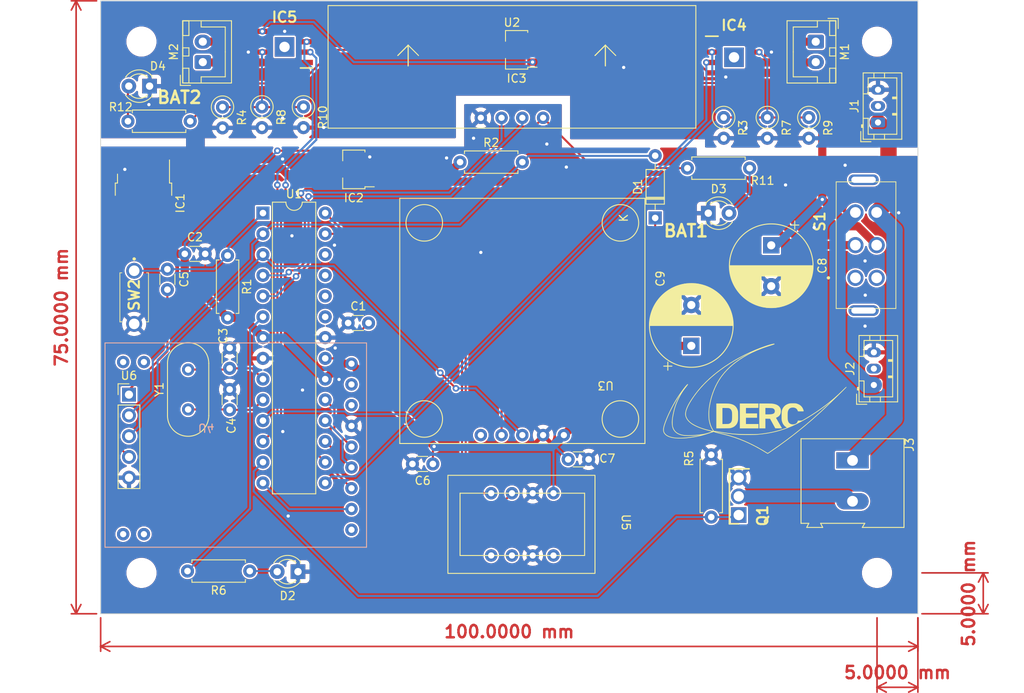
<source format=kicad_pcb>
(kicad_pcb (version 20211014) (generator pcbnew)
  (title_block (title "DERC CanSat 4Nosiro 2022") (date "2022-04-21") (company "DERC CanSat PJ"))
  (layers (0 "F.Cu" signal) (31 "B.Cu" signal) (34 "B.Paste" user) (35 "F.Paste" user) (36 "B.SilkS" user "B.Silkscreen") (37 "F.SilkS" user "F.Silkscreen") (38 "B.Mask" user) (39 "F.Mask" user) (44 "Edge.Cuts" user))
  (net 0 "")
  (net 1 "GND1")
  (net 2 "Net-(C1-Pad2)")
  (net 3 "+5V")
  (net 4 "Net-(C3-Pad1)")
  (net 5 "Net-(C4-Pad1)")
  (net 6 "Net-(D1-Pad1)")
  (net 7 "Net-(C5-Pad2)")
  (net 8 "/BAT1")
  (net 9 "+3V3")
  (net 10 "/BAT2")
  (net 11 "+3.3VA")
  (net 12 "/M1_IN_PWM")
  (net 13 "/M1_IN_LOW")
  (net 14 "Net-(IC4-Pad6)")
  (net 15 "Net-(IC4-Pad8)")
  (net 17 "/M2_IN_PWM")
  (net 18 "/M2_IN_LOW")
  (net 19 "Net-(IC5-Pad6)")
  (net 20 "Net-(IC5-Pad7)")
  (net 21 "Net-(IC5-Pad8)")
  (net 23 "Net-(J2-Pad1)")
  (net 24 "Net-(C5-Pad1)")
  (net 27 "Net-(U1-Pad3)")
  (net 28 "Net-(U1-Pad4)")
  (net 29 "Net-(U1-Pad5)")
  (net 30 "Net-(D1-Pad2)")
  (net 31 "Net-(U1-Pad14)")
  (net 32 "Net-(U1-Pad17)")
  (net 33 "Net-(U1-Pad18)")
  (net 34 "Net-(U1-Pad19)")
  (net 39 "Net-(R6-Pad2)")
  (net 40 "Net-(U1-Pad28)")
  (net 42 "Net-(Q1-Pad1)")
  (net 43 "Net-(J3-Pad2)")
  (net 47 "Net-(D2-Pad2)")
  (net 48 "/BAT2_bSW")
  (net 49 "Net-(D3-Pad2)")
  (net 50 "Net-(D4-Pad2)")
  (net 51 "Net-(U1-Pad27)")
  (net 52 "Net-(IC4-Pad7)")
  (footprint "Capacitor_THT:C_Disc_D3.0mm_W1.6mm_P2.50mm" (layer "F.Cu") (at 65.786 85.05 90)
    (fp_text reference "C4")
    (fp_text value "22p")
  )
  (footprint "Resistor_THT:R_Axial_DIN0207_L6.3mm_D2.5mm_P2.54mm_Vertical" (layer "F.Cu") (at 126.238 49.276 -90)
    (fp_text reference "R3")
    (fp_text value "1")
  )
  (footprint "MountingHole:MountingHole_3.2mm_M3" (layer "F.Cu") (at 145 105)
    (fp_text reference "REF**" hide)
    (fp_text value "MountingHole_3.2mm_M3" hide)
  )
  (footprint "Package_TO_SOT_SMD:TO-252-2" (layer "F.Cu") (at 55.244 59.773 -90)
    (fp_text reference "IC1")
    (fp_text value "NJM2845DL1-05-TE1")
  )
  (footprint "Package_TO_SOT_SMD:SOT-89-3" (layer "F.Cu") (at 81.28 55.626 180)
    (fp_text reference "IC2")
    (fp_text value "NJM78L33SU3")
  )
  (footprint "Resistor_THT:R_Axial_DIN0207_L6.3mm_D2.5mm_P7.62mm_Horizontal" (layer "F.Cu") (at 124.714 90.551 -90)
    (fp_text reference "R5")
    (fp_text value "10k")
  )
  (footprint "Connector_JST:JST_XH_B2B-XH-A_1x02_P2.50mm_Vertical" (layer "F.Cu") (at 62.5 42.5 90)
    (fp_text reference "M2")
    (fp_text value "Motor_DC_2")
  )
  (footprint "" (layer "F.Cu") (at 145 40)
    (fp_text reference "")
    (fp_text value "")
  )
  (footprint "DERC_CanSat_footprint:GNSS" (layer "F.Cu") (at 101.6 74.168 180)
    (fp_text reference "U3")
    (fp_text value "GNSS")
  )
  (footprint "Capacitor_THT:CP_Radial_D10.0mm_P5.00mm" (layer "F.Cu") (at 122.2756 77.221477 90)
    (fp_text reference "C9")
    (fp_text value "1000u")
  )
  (footprint "Capacitor_THT:C_Disc_D3.0mm_W1.6mm_P2.50mm" (layer "F.Cu") (at 65.786 79.97 90)
    (fp_text reference "C3")
    (fp_text value "22p")
  )
  (footprint "DERC_CanSat_footprint:PowerSwitch" (layer "F.Cu") (at 142.354 68.897 90)
    (fp_text reference "S1")
    (fp_text value "SS-22F06-G5-A" hide)
  )
  (footprint "SamacSys_Parts:TO229P241X654X988-3P" (layer "F.Cu") (at 128.078 97.921 90)
    (fp_text reference "Q1")
    (fp_text value "Q_NMOS_GDS" hide)
  )
  (footprint "MountingHole:MountingHole_3.2mm_M3" (layer "F.Cu") (at 55 105)
    (fp_text reference "REF**" hide)
    (fp_text value "MountingHole_3.2mm_M3" hide)
  )
  (footprint "TerminalBlock:TerminalBlock_Altech_AK300-2_P5.00mm" (layer "F.Cu") (at 142 91.235 -90)
    (fp_text reference "J3")
    (fp_text value "Nichrome_Conn_01x02_Male" hide)
  )
  (footprint "Resistor_THT:R_Axial_DIN0207_L6.3mm_D2.5mm_P7.62mm_Horizontal" (layer "F.Cu") (at 93.98 54.737)
    (fp_text reference "R2")
    (fp_text value "10k")
  )
  (footprint "Resistor_THT:R_Axial_DIN0207_L6.3mm_D2.5mm_P7.62mm_Horizontal" (layer "F.Cu") (at 68.2498 104.775 180)
    (fp_text reference "R6")
    (fp_text value "1k")
  )
  (footprint "Diode_THT:D_DO-35_SOD27_P7.62mm_Horizontal" (layer "F.Cu") (at 117.856 61.5696 90)
    (fp_text reference "D1")
    (fp_text value "1N4148")
  )
  (footprint "Capacitor_THT:C_Disc_D3.0mm_W1.6mm_P2.50mm" (layer "F.Cu") (at 60.2942 65.9638)
    (fp_text reference "C2")
    (fp_text value "0.1u")
  )
  (footprint "LED_THT:LED_D3.0mm" (layer "F.Cu") (at 124.3534 60.9854)
    (fp_text reference "D3")
    (fp_text value "LED")
  )
  (footprint "Package_DIP:DIP-28_W7.62mm" (layer "F.Cu") (at 69.86 60.97)
    (fp_text reference "U1")
    (fp_text value "ATmega328P-P")
  )
  (footprint "Crystal:Crystal_HC49-4H_Vertical" (layer "F.Cu") (at 60.706 85 90)
    (fp_text reference "Y1")
    (fp_text value "16M")
  )
  (footprint "DERC_CanSat_footprint:HC-SR04" (layer "F.Cu") (at 100.33 50.585)
    (fp_text reference "U2")
    (fp_text value "HC-SR04")
  )
  (footprint "Connector_JST:JST_XH_B2B-XH-A_1x02_P2.50mm_Vertical" (layer "F.Cu") (at 137.5 40 -90)
    (fp_text reference "M1")
    (fp_text value "Motor_DC_1")
  )
  (footprint "" (layer "F.Cu") (at 54.992578 39.985156)
    (fp_text reference "")
    (fp_text value "")
  )
  (footprint "Resistor_THT:R_Axial_DIN0207_L6.3mm_D2.5mm_P2.54mm_Vertical" (layer "F.Cu") (at 69.7375 47.977 -90)
    (fp_text reference "R8")
    (fp_text value "1")
  )
  (footprint "DERC_CanSat_footprint:AE-BNO055" (layer "F.Cu") (at 100.33 99.06 -90)
    (fp_text reference "U5")
    (fp_text value "AE-BNO055")
  )
  (footprint "Capacitor_THT:C_Disc_D3.0mm_W1.6mm_P2.50mm" (layer "F.Cu") (at 90.6526 91.6686 180)
    (fp_text reference "C6")
    (fp_text value "0.1u")
  )
  (footprint "SamacSys_Parts:TVBP06B043CWB" (layer "F.Cu") (at 54.102 68.0305 -90)
    (fp_text reference "SW2")
    (fp_text value "SW_DIP_x01" hide)
  )
  (footprint "SamacSys_Parts:SOIC127P600X175-9N" (layer "F.Cu") (at 72.5 40.64 180)
    (fp_text reference "IC5")
    (fp_text value "TB67H450FNG,EL" hide)
  )
  (footprint "Capacitor_THT:C_Disc_D3.0mm_W1.6mm_P2.50mm" (layer "F.Cu") (at 107.208 91.1098)
    (fp_text reference "C7")
    (fp_text value "0.1u")
  )
  (footprint "Resistor_THT:R_Axial_DIN0207_L6.3mm_D2.5mm_P2.54mm_Vertical" (layer "F.Cu") (at 64.9115 48.006 -90)
    (fp_text reference "R4")
    (fp_text value "1")
  )
  (footprint "Connector_PinHeader_2.54mm:PinHeader_1x05_P2.54mm_Vertical" (layer "F.Cu") (at 53.467 83.19)
    (fp_text reference "U6")
    (fp_text value "Writer")
  )
  (footprint "Connector_JST:JST_PH_B3B-PH-K_1x03_P2.00mm_Vertical" (layer "F.Cu") (at 144.611 82.01 90)
    (fp_text reference "J2")
    (fp_text value "Conn_01x02_Male" hide)
  )
  (footprint "Connector_JST:JST_PH_B3B-PH-K_1x03_P2.00mm_Vertical" (layer "F.Cu") (at 145.119 49.879 90)
    (fp_text reference "J1")
    (fp_text value "Conn_01x02_Male" hide)
  )
  (footprint "Capacitor_THT:C_Disc_D3.0mm_W1.6mm_P2.50mm" (layer "F.Cu") (at 80.284 74.422)
    (fp_text reference "C1")
    (fp_text value "0.1u")
  )
  (footprint "Resistor_THT:R_Axial_DIN0207_L6.3mm_D2.5mm_P2.54mm_Vertical" (layer "F.Cu") (at 131.572 49.276 -90)
    (fp_text reference "R7")
    (fp_text value "1")
  )
  (footprint "LED_THT:LED_D3.0mm" (layer "F.Cu") (at 55.9866 45.4406 180)
    (fp_text reference "D4")
    (fp_text value "LED")
  )
  (footprint "Resistor_THT:R_Axial_DIN0207_L6.3mm_D2.5mm_P2.54mm_Vertical" (layer "F.Cu") (at 74.8175 47.977 -90)
    (fp_text reference "R10")
    (fp_text value "1")
  )
  (footprint "Resistor_THT:R_Axial_DIN0207_L6.3mm_D2.5mm_P7.62mm_Horizontal" (layer "F.Cu") (at 129.413 55.4736 180)
    (fp_text reference "R11")
    (fp_text value "1k")
  )
  (footprint "Resistor_THT:R_Axial_DIN0207_L6.3mm_D2.5mm_P7.62mm_Horizontal" (layer "F.Cu") (at 65.532 66.167 -90)
    (fp_text reference "R1")
    (fp_text value "10k")
  )
  (footprint "SamacSys_Parts:SOIC127P600X175-9N" (layer "F.Cu") (at 127.5 41.91)
    (fp_text reference "IC4")
    (fp_text value "TB67H450FNG,EL" hide)
  )
  (footprint "Capacitor_THT:CP_Radial_D10.0mm_P5.00mm" (layer "F.Cu") (at 132.0546 64.916923 -90)
    (fp_text reference "C8")
    (fp_text value "1000u")
  )
  (footprint "Resistor_THT:R_Axial_DIN0207_L6.3mm_D2.5mm_P7.62mm_Horizontal" (layer "F.Cu") (at 53.34 49.7332)
    (fp_text reference "R12")
    (fp_text value "1k")
  )
  (footprint "Package_TO_SOT_SMD:SOT-89-3" (layer "F.Cu") (at 101.2 41 180)
    (fp_text reference "IC3")
    (fp_text value "NJM78L33SU3")
  )
  (footprint "LED_THT:LED_D3.0mm" (layer "F.Cu") (at 74.1476 104.8512 180)
    (fp_text reference "D2")
    (fp_text value "LED")
  )
  (footprint "Resistor_THT:R_Axial_DIN0207_L6.3mm_D2.5mm_P2.54mm_Vertical" (layer "F.Cu") (at 136.652 49.276 -90)
    (fp_text reference "R9")
    (fp_text value "1")
  )
  (footprint "Capacitor_THT:C_Disc_D3.0mm_W1.6mm_P2.50mm" (layer "F.Cu") (at 58.166 67.838 -90)
    (fp_text reference "C5")
    (fp_text value "0.1u")
  )
  (footprint "DERC_CanSat_footprint:logotekina_25" (layer "F.Cu") (at 129.792897 83.772506)
    (fp_text reference "2022" hide)
    (fp_text value "LOGO" hide)
  )
  (footprint "DERC_CanSat_footprint:SD" (layer "B.Cu") (at 70.5358 76.8604)
    (fp_text reference "U4")
    (fp_text value "SD")
  )
  (gr_rect (start 50 35) (end 150 110) (layer "Edge.Cuts") (width 0.1) (fill none))
  (gr_text "BAT1" (at 121.6152 63.1444) (layer "F.SilkS") (effects (font (size 1.5 1.5) (thickness 0.3))))
  (gr_text "BAT2" (at 59.6392 46.8122) (layer "F.SilkS") (effects (font (size 1.5 1.5) (thickness 0.3))))
  (dimension (type aligned) (layer "F.Cu") (pts (xy 145 110) (xy 150 110)) (height 9) (gr_text "5.0000 mm" (at 147.5 117.2) (layer "F.Cu") (effects (font (size 1.5 1.5) (thickness 0.3)))) (format (units 3) (units_format 1) (precision 4)) (style (thickness 0.2) (arrow_length 1.27) (text_position_mode 0) (extension_height 0.58642) (extension_offset 0.5) keep_text_aligned))
  (dimension (type aligned) (layer "F.Cu") (pts (xy 150 105) (xy 150 110)) (height -8) (gr_text "5.0000 mm" (at 156.2 107.5 90) (layer "F.Cu") (effects (font (size 1.5 1.5) (thickness 0.3)))) (format (units 3) (units_format 1) (precision 4)) (style (thickness 0.2) (arrow_length 1.27) (text_position_mode 0) (extension_height 0.58642) (extension_offset 0.5) keep_text_aligned))
  (dimension (type aligned) (layer "F.Cu") (pts (xy 50 110) (xy 150 110)) (height 4) (gr_text "100.0000 mm" (at 100 112.2) (layer "F.Cu") (effects (font (size 1.5 1.5) (thickness 0.3)))) (format (units 3) (units_format 1) (precision 4)) (style (thickness 0.2) (arrow_length 1.27) (text_position_mode 0) (extension_height 0.58642) (extension_offset 0.5) keep_text_aligned))
  (dimension (type aligned) (layer "F.Cu") (pts (xy 50 110) (xy 50 35)) (height -3) (gr_text "75.0000 mm" (at 45.2 72.5 90) (layer "F.Cu") (effects (font (size 1.5 1.5) (thickness 0.3)))) (format (units 3) (units_format 1) (precision 4)) (style (thickness 0.2) (arrow_length 1.27) (text_position_mode 0) (extension_height 0.58642) (extension_offset 0.5) keep_text_aligned))
  (via (at 68.072 41.275) (size 0.8) (drill 0.4) (layers "F.Cu" "B.Cu") (net 1))
  (via (at 77.2922 50.4952) (size 0.8) (drill 0.4) (layers "F.Cu" "B.Cu") (net 1))
  (via (at 126.492 44.323) (size 0.8) (drill 0.4) (layers "F.Cu" "B.Cu") (net 1))
  (via (at 143.5354 66.8274) (size 0.8) (drill 0.4) (layers "F.Cu" "B.Cu") (net 1))
  (via (at 55.9054 47.7012) (size 0.8) (drill 0.4) (layers "F.Cu" "B.Cu") (net 1))
  (via (at 78.700301 77.481101) (size 0.8) (drill 0.4) (layers "F.Cu" "B.Cu") (net 1))
  (via (at 79.1718 81.3308) (size 0.8) (drill 0.4) (layers "F.Cu" "B.Cu") (net 1))
  (via (at 74.7014 82.6262) (size 0.8) (drill 0.4) (layers "F.Cu" "B.Cu") (net 1))
  (via (at 143.5354 74.803) (size 0.8) (drill 0.4) (layers "F.Cu" "B.Cu") (net 1))
  (via (at 133.8072 57.531) (size 0.8) (drill 0.4) (layers "F.Cu" "B.Cu") (net 1))
  (via (at 132.08 41.275) (size 0.8) (drill 0.4) (layers "F.Cu" "B.Cu") (net 1))
  (via (at 73.406 63.754) (size 0.8) (drill 0.4) (layers "F.Cu" "B.Cu") (net 1))
  (via (at 82.931 54.102) (size 0.8) (drill 0.4) (layers "F.Cu" "B.Cu") (net 1))
  (via (at 128.9812 50.546) (size 0.8) (drill 0.4) (layers "F.Cu" "B.Cu") (net 1))
  (via (at 72.2884 87.7062) (size 0.8) (drill 0.4) (layers "F.Cu" "B.Cu") (net 1))
  (via (at 92.329 54.229) (size 0.8) (drill 0.4) (layers "F.Cu" "B.Cu") (net 1))
  (via (at 72.263 49.3522) (size 0.8) (drill 0.4) (layers "F.Cu" "B.Cu") (net 1))
  (via (at 106.9848 55.3466) (size 0.8) (drill 0.4) (layers "F.Cu" "B.Cu") (net 1))
  (via (at 72.9488 98.044) (size 0.8) (drill 0.4) (layers "F.Cu" "B.Cu") (net 1))
  (via (at 72.517 38.735) (size 0.8) (drill 0.4) (layers "F.Cu" "B.Cu") (net 1))
  (via (at 96.52 65.786) (size 0.8) (drill 0.4) (layers "F.Cu" "B.Cu") (net 1))
  (via (at 72.263 54.356) (size 0.8) (drill 0.4) (layers "F.Cu" "B.Cu") (net 1))
  (via (at 78.613 64.897) (size 0.8) (drill 0.4) (layers "F.Cu" "B.Cu") (net 1))
  (via (at 137.3124 62.738) (size 0.8) (drill 0.4) (layers "F.Cu" "B.Cu") (net 1))
  (via (at 147.6502 60.9346) (size 0.8) (drill 0.4) (layers "F.Cu" "B.Cu") (net 1))
  (via (at 52.959 55.626) (size 0.8) (drill 0.4) (layers "F.Cu" "B.Cu") (net 1))
  (via (at 141.097 55.118) (size 0.8) (drill 0.4) (layers "F.Cu" "B.Cu") (net 1))
  (via (at 104.5972 52.5272) (size 0.8) (drill 0.4) (layers "F.Cu" "B.Cu") (net 1))
  (via (at 95.631 51.816) (size 0.8) (drill 0.4) (layers "F.Cu" "B.Cu") (net 1))
  (via (at 114 43.15) (size 0.8) (drill 0.4) (layers "F.Cu" "B.Cu") (net 1))
  (via (at 143.5608 71.0184) (size 0.8) (drill 0.4) (layers "F.Cu" "B.Cu") (net 1))
  (segment (start 78.456 78.75) (end 82.784 74.422) (width 0.25) (layer "F.Cu") (net 2))
  (segment (start 77.48 78.75) (end 78.456 78.75) (width 0.25) (layer "F.Cu") (net 2))
  (segment (start 90.6526 91.6686) (end 90.6526 89.6874) (width 0.25) (layer "F.Cu") (net 3))
  (segment (start 79.3696 79.4004) (end 77.48 81.29) (width 1) (layer "F.Cu") (net 3))
  (segment (start 59.3348 65.9638) (end 55.244 61.873) (width 1) (layer "F.Cu") (net 3))
  (segment (start 121.793 55.4736) (end 110.2986 55.4736) (width 0.25) (layer "F.Cu") (net 3))
  (segment (start 65.532 73.787) (end 67.437 73.787) (width 1) (layer "F.Cu") (net 3))
  (segment (start 122.2756 77.221477) (end 117.596523 77.221477) (width 1) (layer "F.Cu") (net 3))
  (segment (start 80.6958 79.4004) (end 79.3696 79.4004) (width 1) (layer "F.Cu") (net 3))
  (segment (start 51.2572 64.9478) (end 54.332 61.873) (width 0.25) (layer "F.Cu") (net 3))
  (segment (start 80.708 79.416) (end 90.891511 89.599511) (width 1) (layer "F.Cu") (net 3))
  (segment (start 67.437 73.787) (end 69.86 76.21) (width 1) (layer "F.Cu") (net 3))
  (segment (start 51.2572 88.6002) (end 51.2572 64.9478) (width 0.25) (layer "F.Cu") (net 3))
  (segment (start 104.14 49.315) (end 100.115 53.34) (width 0.25) (layer "F.Cu") (net 3))
  (segment (start 90.891511 89.599511) (end 90.869511 89.599511) (width 1) (layer "F.Cu") (net 3))
  (segment (start 117.596523 77.221477) (end 106.68 88.138) (width 1) (layer "F.Cu") (net 3))
  (segment (start 53.467 90.81) (end 51.2572 88.6002) (width 0.25) (layer "F.Cu") (net 3))
  (segment (start 90.869511 89.599511) (end 90.805 89.535) (width 1) (layer "F.Cu") (net 3))
  (segment (start 110.2986 55.4736) (end 104.14 49.315) (width 0.25) (layer "F.Cu") (net 3))
  (segment (start 90.6526 89.6874) (end 90.805 89.535) (width 0.25) (layer "F.Cu") (net 3))
  (segment (start 100.115 53.34) (end 71.628 53.34) (width 0.25) (layer "F.Cu") (net 3))
  (segment (start 60.2942 65.9638) (end 59.3348 65.9638) (width 1) (layer "F.Cu") (net 3))
  (segment (start 65.532 73.787) (end 60.2942 68.5492) (width 1) (layer "F.Cu") (net 3))
  (segment (start 60.2942 68.5492) (end 60.2942 65.9638) (width 1) (layer "F.Cu") (net 3))
  (segment (start 54.332 61.873) (end 55.244 61.873) (width 0.25) (layer "F.Cu") (net 3))
  (via (at 71.628 53.34) (size 0.8) (drill 0.4) (layers "F.Cu" "B.Cu") (net 3))
  (via (at 90.805 89.535) (size 0.8) (drill 0.4) (layers "F.Cu" "B.Cu") (net 3))
  (segment (start 71.628 53.34) (end 60.2942 64.6738) (width 0.25) (layer "B.Cu") (net 3))
  (segment (start 105.218489 89.599511) (end 106.68 88.138) (width 1) (layer "B.Cu") (net 3))
  (segment (start 107.208 91.1098) (end 105.697711 89.599511) (width 0.25) (layer "B.Cu") (net 3))
  (segment (start 105.697711 89.599511) (end 105.218489 89.599511) (width 0.25) (layer "B.Cu") (net 3))
  (segment (start 60.2942 64.6738) (end 60.2942 65.9638) (width 0.25) (layer "B.Cu") (net 3))
  (segment (start 105.41 89.791022) (end 105.218489 89.599511) (width 0.25) (layer "B.Cu") (net 3))
  (segment (start 69.86 76.21) (end 72.4 76.21) (width 1) (layer "B.Cu") (net 3))
  (segment (start 90.805 89.535) (end 90.869511 89.599511) (width 1) (layer "B.Cu") (net 3))
  (segment (start 105.41 95.25) (end 105.41 89.791022) (width 0.25) (layer "B.Cu") (net 3))
  (segment (start 72.4 76.21) (end 77.48 81.29) (width 1) (layer "B.Cu") (net 3))
  (segment (start 90.869511 89.599511) (end 105.218489 89.599511) (width 1) (layer "B.Cu") (net 3))
  (segment (start 65.636 80.12) (end 65.786 79.97) (width 0.25) (layer "F.Cu") (net 4))
  (segment (start 68.54 79.97) (end 69.86 81.29) (width 0.25) (layer "F.Cu") (net 4))
  (segment (start 65.786 79.97) (end 68.54 79.97) (width 0.25) (layer "F.Cu") (net 4))
  (segment (start 60.706 80.12) (end 65.636 80.12) (width 0.25) (layer "F.Cu") (net 4))
  (segment (start 65.786 85.05) (end 68.64 85.05) (width 0.25) (layer "F.Cu") (net 5))
  (segment (start 60.706 85) (end 65.736 85) (width 0.25) (layer "F.Cu") (net 5))
  (segment (start 65.736 85) (end 65.786 85.05) (width 0.25) (layer "F.Cu") (net 5))
  (segment (start 68.64 85.05) (end 69.86 83.83) (width 0.25) (layer "F.Cu") (net 5))
  (segment (start 99.06 83.1596) (end 117.856 64.3636) (width 0.25) (layer "F.Cu") (net 6))
  (segment (start 117.856 61.5696) (end 117.856 64.3636) (width 0.25) (layer "F.Cu") (net 6))
  (segment (start 99.06 88.138) (end 99.06 83.1596) (width 0.25) (layer "F.Cu") (net 6))
  (segment (start 53.467 83.19) (end 53.467 82.59356) (width 0.25) (layer "F.Cu") (net 7))
  (segment (start 58.166 77.89456) (end 53.467 82.59356) (width 0.25) (layer "F.Cu") (net 7))
  (segment (start 58.166 70.338) (end 58.166 77.89456) (width 0.25) (layer "F.Cu") (net 7))
  (segment (start 136.144 64.897) (end 128.373 57.126) (width 1) (layer "F.Cu") (net 8))
  (segment (start 128.373 57.126) (end 82.93 57.126) (width 1) (layer "F.Cu") (net 8))
  (segment (start 142.354 64.897) (end 136.144 64.897) (width 1) (layer "F.Cu") (net 8))
  (segment (start 72.21 55.573) (end 57.524 55.573) (width 1) (layer "F.Cu") (net 8))
  (segment (start 73.82902 57.19202) (end 72.21 55.573) (width 1) (layer "F.Cu") (net 8))
  (segment (start 82.93 57.126) (end 82.86398 57.19202) (width 1) (layer "F.Cu") (net 8))
  (segment (start 82.86398 57.19202) (end 73.82902 57.19202) (width 1) (layer "F.Cu") (net 8))
  (segment (start 93.091 55.626) (end 82.8425 55.626) (width 1) (layer "F.Cu") (net 9))
  (segment (start 93.98 54.737) (end 93.091 55.626) (width 1) (layer "F.Cu") (net 9))
  (segment (start 128.966 45.061) (end 130.212 43.815) (width 0.25) (layer "F.Cu") (net 10))
  (segment (start 141.580511 62.586511) (end 138.303 59.309) (width 1) (layer "F.Cu") (net 10))
  (segment (start 138.303 46.228) (end 135.89 43.815) (width 1) (layer "F.Cu") (net 10))
  (segment (start 135.89 43.815) (end 130.212 43.815) (width 1) (layer "F.Cu") (net 10))
  (segment (start 138.303 59.309) (end 138.303 46.228) (width 1) (layer "F.Cu") (net 10))
  (segment (start 142.643511 62.586511) (end 141.580511 62.586511) (width 1) (layer "F.Cu") (net 10))
  (segment (start 128.966 45.061) (end 105.411 45.061) (width 0.25) (layer "F.Cu") (net 10))
  (segment (start 105.411 45.061) (end 102.85 42.5) (width 0.25) (layer "F.Cu") (net 10))
  (segment (start 144.954 64.897) (end 142.643511 62.586511) (width 1) (layer "F.Cu") (net 10))
  (via (at 102.85 42.5) (size 0.8) (drill 0.4) (layers "F.Cu" "B.Cu") (net 10))
  (via (at 138.303 59.309) (size 0.8) (drill 0.4) (layers "F.Cu" "B.Cu") (net 10))
  (via (at 69.788 38.735) (size 0.8) (drill 0.4) (layers "F.Cu" "B.Cu") (net 10))
  (segment (start 80.981 42.5) (end 76.073 37.592) (width 0.25) (layer "B.Cu") (net 10))
  (segment (start 69.723 38.608) (end 69.723 38.67) (width 0.25) (layer "B.Cu") (net 10))
  (segment (start 132.0546 64.916923) (end 132.695077 64.916923) (width 1) (layer "B.Cu") (net 10))
  (segment (start 76.073 37.592) (end 70.739 37.592) (width 0.25) (layer "B.Cu") (net 10))
  (segment (start 102.85 42.5) (end 80.981 42.5) (width 0.25) (layer "B.Cu") (net 10))
  (segment (start 69.723 38.67) (end 69.788 38.735) (width 0.25) (layer "B.Cu") (net 10))
  (segment (start 70.739 37.592) (end 69.723 38.608) (width 0.25) (layer "B.Cu") (net 10))
  (segment (start 132.695077 64.916923) (end 138.303 59.309) (width 1) (layer "B.Cu") (net 10))
  (segment (start 102.7625 41) (end 121.546886 41) (width 0.25) (layer "F.Cu") (net 11))
  (segment (start 74.383122 45.1104) (end 78.05 41.443522) (width 0.25) (layer "F.Cu") (net 11))
  (segment (start 102.7625 41) (end 78.05 41) (width 0.25) (layer "F.Cu") (net 11))
  (segment (start 78.05 41.443522) (end 78.05 41) (width 0.25) (layer "F.Cu") (net 11))
  (segment (start 65.5828 45.1104) (end 74.383122 45.1104) (width 0.25) (layer "F.Cu") (net 11))
  (segment (start 124.361886 43.815) (end 124.788 43.815) (width 0.25) (layer "F.Cu") (net 11))
  (segment (start 78.05 41) (end 77.9145 41) (width 0.25) (layer "F.Cu") (net 11))
  (segment (start 77.9145 41) (end 77.80725 40.89275) (width 0.25) (layer "F.Cu") (net 11))
  (segment (start 60.96 49.7332) (end 65.5828 45.1104) (width 0.25) (layer "F.Cu") (net 11))
  (segment (start 75.212 38.735) (end 75.6495 38.735) (width 0.25) (layer "F.Cu") (net 11))
  (segment (start 121.546886 41) (end 124.361886 43.815) (width 0.25) (layer "F.Cu") (net 11))
  (segment (start 75.6495 38.735) (end 77.80725 40.89275) (width 0.25) (layer "F.Cu") (net 11))
  (via (at 124.788 41.275) (size 0.8) (drill 0.4) (layers "F.Cu" "B.Cu") (net 12))
  (segment (start 81.170559 93.190001) (end 118.98856 55.372) (width 0.25) (layer "B.Cu") (net 12))
  (segment (start 118.999 55.372) (end 124.841 49.53) (width 0.25) (layer "B.Cu") (net 12))
  (segment (start 118.98856 55.372) (end 118.999 55.372) (width 0.25) (layer "B.Cu") (net 12))
  (segment (start 78.279999 93.190001) (end 81.170559 93.190001) (width 0.25) (layer "B.Cu") (net 12))
  (segment (start 77.48 93.99) (end 78.279999 93.190001) (width 0.25) (layer "B.Cu") (net 12))
  (segment (start 124.841 41.328) (end 124.788 41.275) (width 0.25) (layer "B.Cu") (net 12))
  (segment (start 124.841 49.53) (end 124.841 41.328) (width 0.25) (layer "B.Cu") (net 12))
  (via (at 124.1165 42.545) (size 0.8) (drill 0.4) (layers "F.Cu" "B.Cu") (net 13))
  (segment (start 70.984511 85.245489) (end 79.911489 85.245489) (width 0.25) (layer "B.Cu") (net 13))
  (segment (start 80.248511 85.582511) (end 88.142331 85.582511) (width 0.25) (layer "B.Cu") (net 13))
  (segment (start 69.86 86.37) (end 70.984511 85.245489) (width 0.25) (layer "B.Cu") (net 13))
  (segment (start 79.911489 85.245489) (end 80.248511 85.582511) (width 0.25) (layer "B.Cu") (net 13))
  (segment (start 124.1165 49.608342) (end 124.1165 42.545) (width 0.25) (layer "B.Cu") (net 13))
  (segment (start 88.142331 85.582511) (end 124.1165 49.608342) (width 0.25) (layer "B.Cu") (net 13))
  (segment (start 137.455 42.545) (end 137.5 42.5) (width 1) (layer "F.Cu") (net 14))
  (segment (start 130.212 42.545) (end 137.455 42.545) (width 1) (layer "F.Cu") (net 14))
  (segment (start 137.495 40.005) (end 137.5 40) (width 1) (layer "F.Cu") (net 15))
  (segment (start 130.212 40.005) (end 137.495 40.005) (width 1) (layer "F.Cu") (net 15))
  (segment (start 72.07752 58.674) (end 72.07752 86.04752) (width 0.25) (layer "F.Cu") (net 17))
  (segment (start 72.628536 57.546464) (end 72.628536 58.122984) (width 0.25) (layer "F.Cu") (net 17))
  (segment (start 72.07752 86.04752) (end 77.48 91.45) (width 0.25) (layer "F.Cu") (net 17))
  (segment (start 72.628536 58.122984) (end 72.07752 58.674) (width 0.25) (layer "F.Cu") (net 17))
  (via (at 75.6545 41.275) (size 0.8) (drill 0.4) (layers "F.Cu" "B.Cu") (net 17))
  (via (at 72.628536 57.546464) (size 0.8) (drill 0.4) (layers "F.Cu" "B.Cu") (net 17))
  (segment (start 75.6545 41.275) (end 76.391531 42.012031) (width 0.25) (layer "B.Cu") (net 17))
  (segment (start 76.391531 52.006187) (end 76.128208 52.269509) (width 0.25) (layer "B.Cu") (net 17))
  (segment (start 76.391531 42.012031) (end 76.391531 52.006187) (width 0.25) (layer "B.Cu") (net 17))
  (segment (start 76.128208 52.269509) (end 72.628536 55.769181) (width 0.25) (layer "B.Cu") (net 17))
  (segment (start 72.628536 55.769181) (end 72.628536 57.546464) (width 0.25) (layer "B.Cu") (net 17))
  (segment (start 71.628 87.142) (end 71.628 57.531) (width 0.25) (layer "F.Cu") (net 18))
  (segment (start 69.86 88.91) (end 71.628 87.142) (width 0.25) (layer "F.Cu") (net 18))
  (via (at 75.212 40.005) (size 0.8) (drill 0.4) (layers "F.Cu" "B.Cu") (net 18))
  (via (at 71.628 57.531) (size 0.8) (drill 0.4) (layers "F.Cu" "B.Cu") (net 18))
  (segment (start 71.628 56.134) (end 75.942011 51.819989) (width 0.25) (layer "B.Cu") (net 18))
  (segment (start 75.942011 43.303011) (end 74.93 42.291) (width 0.25) (layer "B.Cu") (net 18))
  (segment (start 74.93 42.291) (end 74.93 40.287) (width 0.25) (layer "B.Cu") (net 18))
  (segment (start 71.628 57.531) (end 71.628 56.134) (width 0.25) (layer "B.Cu") (net 18))
  (segment (start 74.93 40.287) (end 75.212 40.005) (width 0.25) (layer "B.Cu") (net 18))
  (segment (start 75.942011 51.819989) (end 75.942011 43.303011) (width 0.25) (layer "B.Cu") (net 18))
  (segment (start 62.5 40) (end 69.783 40) (width 1) (layer "F.Cu") (net 19))
  (segment (start 69.783 40) (end 69.788 40.005) (width 1) (layer "F.Cu") (net 19))
  (segment (start 74.7885 48.006) (end 74.8175 47.977) (width 0.25) (layer "F.Cu") (net 20))
  (segment (start 64.9115 48.006) (end 74.7885 48.006) (width 0.25) (layer "F.Cu") (net 20))
  (via (at 69.788 41.275) (size 0.8) (drill 0.4) (layers "F.Cu" "B.Cu") (net 20))
  (segment (start 69.7375 41.3255) (end 69.788 41.275) (width 0.25) (layer "B.Cu") (net 20))
  (segment (start 69.7375 47.977) (end 69.7375 41.3255) (width 0.25) (layer "B.Cu") (net 20))
  (segment (start 62.545 42.545) (end 62.5 42.5) (width 1) (layer "F.Cu") (net 21))
  (segment (start 69.788 42.545) (end 62.545 42.545) (width 1) (layer "F.Cu") (net 21))
  (segment (start 143.791095 82.01) (end 144.611 82.01) (width 2) (layer "B.Cu") (net 23))
  (segment (start 140.164489 78.383394) (end 143.791095 82.01) (width 2) (layer "B.Cu") (net 23))
  (segment (start 142.354 60.897) (end 140.164489 63.086511) (width 2) (layer "B.Cu") (net 23))
  (segment (start 140.164489 63.086511) (end 140.164489 78.383394) (width 2) (layer "B.Cu") (net 23))
  (segment (start 54.102 68.0305) (end 57.7181 68.0305) (width 0.25) (layer "B.Cu") (net 24))
  (segment (start 69.86 60.97) (end 65.659 65.171) (width 0.25) (layer "B.Cu") (net 24))
  (segment (start 65.659 65.171) (end 65.659 66.04) (width 0.25) (layer "B.Cu") (net 24))
  (segment (start 65.659 66.04) (end 65.532 66.167) (width 0.25) (layer "B.Cu") (net 24))
  (segment (start 57.9106 67.838) (end 57.7181 68.0305) (width 0.25) (layer "B.Cu") (net 24))
  (segment (start 58.166 67.838) (end 63.861 67.838) (width 0.25) (layer "B.Cu") (net 24))
  (segment (start 63.861 67.838) (end 65.532 66.167) (width 0.25) (layer "B.Cu") (net 24))
  (segment (start 58.166 67.838) (end 57.9106 67.838) (width 0.25) (layer "B.Cu") (net 24))
  (segment (start 93.472 82.423) (end 91.567 80.518) (width 0.25) (layer "F.Cu") (net 27))
  (via (at 93.472 82.423) (size 0.8) (drill 0.4) (layers "F.Cu" "B.Cu") (net 27))
  (via (at 91.567 80.518) (size 0.8) (drill 0.4) (layers "F.Cu" "B.Cu") (net 27))
  (segment (start 56.9695 82.9337) (end 56.9695 78.9405) (width 0.25) (layer "B.Cu") (net 27))
  (segment (start 78.514489 67.465489) (end 71.275489 67.465489) (width 0.25) (layer "B.Cu") (net 27))
  (segment (start 91.567 80.518) (end 78.514489 67.465489) (width 0.25) (layer "B.Cu") (net 27))
  (segment (start 101.6 88.138) (end 95.885 82.423) (width 0.25) (layer "B.Cu") (net 27))
  (segment (start 54.6862 85.217) (end 56.9695 82.9337) (width 0.25) (layer "B.Cu") (net 27))
  (segment (start 53.467 88.27) (end 54.6862 87.0508) (width 0.25) (layer "B.Cu") (net 27))
  (segment (start 54.6862 87.0508) (end 54.6862 85.217) (width 0.25) (layer "B.Cu") (net 27))
  (segment (start 95.885 82.423) (end 93.472 82.423) (width 0.25) (layer "B.Cu") (net 27))
  (segment (start 56.9695 78.9405) (end 69.86 66.05) (width 0.25) (layer "B.Cu") (net 27))
  (segment (start 71.275489 67.465489) (end 69.86 66.05) (width 0.25) (layer "B.Cu") (net 27))
  (segment (start 73.025 68.199) (end 73.241511 67.982489) (width 0.25) (layer "F.Cu") (net 28))
  (segment (start 74.514581 59.038301) (end 74.514581 58.545506) (width 0.25) (layer "F.Cu") (net 28))
  (segment (start 73.9902 67.982489) (end 74.98848 66.984209) (width 0.25) (layer "F.Cu") (net 28))
  (segment (start 74.98848 59.5122) (end 74.514581 59.038301) (width 0.25) (layer "F.Cu") (net 28))
  (segment (start 73.241511 67.982489) (end 73.9902 67.982489) (width 0.25) (layer "F.Cu") (net 28))
  (segment (start 74.98848 66.984209) (end 74.98848 59.5122) (width 0.25) (layer "F.Cu") (net 28))
  (via (at 74.514581 58.545506) (size 0.8) (drill 0.4) (layers "F.Cu" "B.Cu") (net 28))
  (via (at 73.025 68.199) (size 0.8) (drill 0.4) (layers "F.Cu" "B.Cu") (net 28))
  (segment (start 99.06 52.069282) (end 92.658482 58.4708) (width 0.25) (layer "B.Cu") (net 28))
  (segment (start 74.514581 58.545506) (end 74.856598 58.203489) (width 0.25) (layer "B.Cu") (net 28))
  (segment (start 92.658482 58.4708) (end 76.005414 58.4708) (width 0.25) (layer "B.Cu") (net 28))
  (segment (start 75.738103 58.203489) (end 76.005414 58.4708) (width 0.25) (layer "B.Cu") (net 28))
  (segment (start 69.86 68.59) (end 72.634 68.59) (width 0.25) (layer "B.Cu") (net 28))
  (segment (start 72.634 68.59) (end 73.025 68.199) (width 0.25) (layer "B.Cu") (net 28))
  (segment (start 74.856598 58.203489) (end 75.738103 58.203489) (width 0.25) (layer "B.Cu") (net 28))
  (segment (start 99.06 49.315) (end 99.06 52.069282) (width 0.25) (layer "B.Cu") (net 28))
  (segment (start 75.438 67.183) (end 73.914 68.707) (width 0.25) (layer "F.Cu") (net 29))
  (segment (start 75.438 58.928) (end 75.438 67.183) (width 0.25) (layer "F.Cu") (net 29))
  (via (at 75.438 58.928) (size 0.8) (drill 0.4) (layers "F.Cu" "B.Cu") (net 29))
  (via (at 73.914 68.707) (size 0.8) (drill 0.4) (layers "F.Cu" "B.Cu") (net 29))
  (segment (start 92.837 58.928) (end 101.6 50.165) (width 0.25) (layer "B.Cu") (net 29))
  (segment (start 101.6 50.165) (end 101.6 49.315) (width 0.25) (layer "B.Cu") (net 29))
  (segment (start 75.438 58.928) (end 92.837 58.928) (width 0.25) (layer "B.Cu") (net 29))
  (segment (start 69.86 71.13) (end 71.491 71.13) (width 0.25) (layer "B.Cu") (net 29))
  (segment (start 71.491 71.13) (end 73.914 68.707) (width 0.25) (layer "B.Cu") (net 29))
  (segment (start 69.86 63.51) (end 70.984511 62.385489) (width 0.25) (layer "B.Cu") (net 30))
  (segment (start 69.86 63.51) (end 68.551541 64.818459) (width 0.25) (layer "B.Cu") (net 30))
  (segment (start 68.551541 64.818459) (end 68.551541 66.722741) (width 0.25) (layer "B.Cu") (net 30))
  (segment (start 56.382311 78.891971) (end 56.382311 82.814689) (width 0.25) (layer "B.Cu") (net 30))
  (segment (start 68.551541 66.722741) (end 56.382311 78.891971) (width 0.25) (layer "B.Cu") (net 30))
  (segment (start 117.983 53.975) (end 102.362 53.975) (width 0.25) (layer "B.Cu") (net 30))
  (segment (start 102.362 53.975) (end 101.6 54.737) (width 0.25) (layer "B.Cu") (net 30))
  (segment (start 56.382311 82.814689) (end 53.467 85.73) (width 0.25) (layer "B.Cu") (net 30))
  (segment (start 93.951511 62.385489) (end 101.6 54.737) (width 0.25) (layer "B.Cu") (net 30))
  (segment (start 70.984511 62.385489) (end 93.951511 62.385489) (width 0.25) (layer "B.Cu") (net 30))
  (segment (start 73.066 97.196) (end 69.86 93.99) (width 0.25) (layer "B.Cu") (net 31))
  (segment (start 80.708 97.196) (end 73.066 97.196) (width 0.25) (layer "B.Cu") (net 31))
  (segment (start 77.48 88.91) (end 78.604511 90.034511) (width 0.25) (layer "F.Cu") (net 32))
  (segment (start 78.604511 92.552511) (end 80.708 94.656) (width 0.25) (layer "F.Cu") (net 32))
  (segment (start 78.604511 90.034511) (end 78.604511 92.552511) (width 0.25) (layer "F.Cu") (net 32))
  (segment (start 77.48 86.37) (end 79.6036 88.4936) (width 0.25) (layer "B.Cu") (net 33))
  (segment (start 79.6036 88.4936) (end 79.6036 91.0082) (width 0.25) (layer "B.Cu") (net 33))
  (segment (start 79.6036 91.0082) (end 80.6958 92.1004) (width 0.25) (layer "B.Cu") (net 33))
  (segment (start 77.48 83.83) (end 78.604511 84.954511) (width 0.25) (layer "F.Cu") (net 34))
  (segment (start 78.604511 84.954511) (end 78.604511 87.472511) (width 0.25) (layer "F.Cu") (net 34))
  (segment (start 78.604511 87.472511) (end 80.708 89.576) (width 0.25) (layer "F.Cu") (net 34))
  (segment (start 69.86 73.67) (end 68.285969 75.244031) (width 0.25) (layer "B.Cu") (net 39))
  (segment (start 68.285969 97.118831) (end 60.6298 104.775) (width 0.25) (layer "B.Cu") (net 39))
  (segment (start 68.285969 75.244031) (end 68.285969 97.118831) (width 0.25) (layer "B.Cu") (net 39))
  (segment (start 94.670461 93.031303) (end 96.889158 95.25) (width 0.25) (layer "F.Cu") (net 40))
  (segment (start 96.889158 95.25) (end 97.79 95.25) (width 0.25) (layer "F.Cu") (net 40))
  (segment (start 77.48 60.97) (end 94.670461 78.160462) (width 0.25) (layer "F.Cu") (net 40))
  (segment (start 94.670461 78.160462) (end 94.670461 93.031303) (width 0.25) (layer "F.Cu") (net 40))
  (segment (start 69.86 91.45) (end 68.735489 92.574511) (width 0.25) (layer "B.Cu") (net 42))
  (segment (start 110.813 107.823) (end 120.465 98.171) (width 0.25) (layer "B.Cu") (net 42))
  (segment (start 127.828 98.171) (end 128.078 97.921) (width 0.25) (layer "B.Cu") (net 42))
  (segment (start 68.735489 92.574511) (end 68.735489 95.024489) (width 0.25) (layer "B.Cu") (net 42))
  (segment (start 120.465 98.171) (end 124.714 98.171) (width 0.25) (layer "B.Cu") (net 42))
  (segment (start 68.735489 95.024489) (end 81.534 107.823) (width 0.25) (layer "B.Cu") (net 42))
  (segment (start 81.534 107.823) (end 110.813 107.823) (width 0.25) (layer "B.Cu") (net 42))
  (segment (start 124.714 98.171) (end 127.828 98.171) (width 0.25) (layer "B.Cu") (net 42))
  (segment (start 141.396 95.631) (end 142 96.235) (width 1.5) (layer "B.Cu") (net 43))
  (segment (start 128.078 95.631) (end 141.396 95.631) (width 1.5) (layer "B.Cu") (net 43))
  (segment (start 68.2498 104.775) (end 71.5314 104.775) (width 0.25) (layer "B.Cu") (net 47))
  (segment (start 71.5314 104.775) (end 71.6076 104.8512) (width 0.25) (layer "B.Cu") (net 47))
  (segment (start 146.40352 51.16352) (end 145.119 49.879) (width 2) (layer "F.Cu") (net 48))
  (segment (start 144.954 60.897) (end 146.40352 59.44748) (width 2) (layer "F.Cu") (net 48))
  (segment (start 146.40352 59.44748) (end 146.40352 51.16352) (width 2) (layer "F.Cu") (net 48))
  (segment (start 147.143511 63.086511) (end 147.143511 86.091489) (width 2) (layer "B.Cu") (net 48))
  (segment (start 144.954 60.897) (end 147.143511 63.086511) (width 2) (layer "B.Cu") (net 48))
  (segment (start 147.143511 86.091489) (end 142 91.235) (width 2) (layer "B.Cu") (net 48))
  (segment (start 129.413 58.4658) (end 126.8934 60.9854) (width 0.25) (layer "B.Cu") (net 49))
  (segment (start 129.413 55.4736) (end 129.413 58.4658) (width 0.25) (layer "B.Cu") (net 49))
  (segment (start 53.34 45.5472) (end 53.4466 45.4406) (width 0.25) (layer "F.Cu") (net 50))
  (segment (start 53.34 49.7332) (end 53.34 45.5472) (width 0.25) (layer "F.Cu") (net 50))
  (segment (start 94.220941 78.346659) (end 79.384282 63.51) (width 0.25) (layer "F.Cu") (net 51))
  (segment (start 99.243489 96.336511) (end 97.339951 96.336511) (width 0.25) (layer "F.Cu") (net 51))
  (segment (start 100.33 95.25) (end 99.243489 96.336511) (width 0.25) (layer "F.Cu") (net 51))
  (segment (start 97.339951 96.336511) (end 94.220941 93.217501) (width 0.25) (layer "F.Cu") (net 51))
  (segment (start 79.384282 63.51) (end 77.48 63.51) (width 0.25) (layer "F.Cu") (net 51))
  (segment (start 94.220941 93.217501) (end 94.220941 78.346659) (width 0.25) (layer "F.Cu") (net 51))
  (segment (start 126.238 49.276) (end 136.652 49.276) (width 0.25) (layer "F.Cu") (net 52))
  (segment (start 130.212 41.275) (end 130.5814 41.275) (width 0.25) (layer "F.Cu") (net 52))
  (via (at 130.5814 41.275) (size 0.8) (drill 0.4) (layers "F.Cu" "B.Cu") (net 52))
  (segment (start 131.572 42.2656) (end 131.572 49.276) (width 0.25) (layer "B.Cu") (net 52))
  (segment (start 130.5814 41.275) (end 131.572 42.2656) (width 0.25) (layer "B.Cu") (net 52))
  (zone (net 0) (net_name "") (layers F&B.Cu) (connect_pads (clearance 0)) (min_thickness 0.254)
    (keepout (tracks allowed) (vias allowed) (pads allowed) (copperpour not_allowed) (footprints allowed))
    (fill (thermal_gap 0.508) (thermal_bridge_width 0.508))
    (polygon (pts (xy 93.472 46.609) (xy 107.442 46.609) (xy 107.442 47.625) (xy 93.472 47.625)))
  )
  (zone (net 0) (net_name "") (layer "F.Cu") (connect_pads (clearance 0)) (min_thickness 0.254)
    (keepout (tracks allowed) (vias allowed) (pads allowed) (copperpour not_allowed) (footprints allowed))
    (fill (thermal_gap 0.508) (thermal_bridge_width 0.508))
    (polygon (pts (xy 142.3162 63.8048) (xy 140.3096 64.1858) (xy 140.6906 62.5856)))
  )
  (zone (net 0) (net_name "") (layers F&B.Cu) (connect_pads (clearance 0)) (min_thickness 0.254)
    (keepout (tracks allowed) (vias allowed) (pads allowed) (copperpour not_allowed) (footprints allowed))
    (fill (thermal_gap 0.508) (thermal_bridge_width 0.508))
    (polygon (pts (xy 123.952 52.959) (xy 106.426 52.959) (xy 106.426 51.943) (xy 123.952 51.943)))
  )
  (zone (net 0) (net_name "") (layers F&B.Cu) (connect_pads (clearance 0)) (min_thickness 0.254)
    (keepout (tracks allowed) (vias allowed) (pads allowed) (copperpour not_allowed) (footprints allowed))
    (fill (thermal_gap 0.508) (thermal_bridge_width 0.508))
    (polygon (pts (xy 149.987 53.975) (xy 122.936 53.975) (xy 122.936 52.959) (xy 149.987 52.959)))
  )
  (zone (net 0) (net_name "") (layers F&B.Cu) (connect_pads (clearance 0)) (min_thickness 0.254)
    (keepout (tracks allowed) (vias allowed) (pads allowed) (copperpour not_allowed) (footprints allowed))
    (fill (thermal_gap 0.508) (thermal_bridge_width 0.508))
    (polygon (pts (xy 106.426 51.943) (xy 106.426 47.625) (xy 107.442 47.625) (xy 107.442 51.943)))
  )
  (zone (net 1) (net_name "GND1") (layers F&B.Cu) (connect_pads (clearance 0)) (min_thickness 0.254) (fill yes (thermal_gap 0.508) (thermal_bridge_width 0.508))
    (polygon (pts (xy 150.0378 110) (xy 50 110) (xy 49.9364 35) (xy 150 35)))
  )
  (zone (net 0) (net_name "") (layers F&B.Cu) (connect_pads (clearance 0)) (min_thickness 0.254)
    (keepout (tracks allowed) (vias allowed) (pads allowed) (copperpour not_allowed) (footprints allowed))
    (fill (thermal_gap 0.508) (thermal_bridge_width 0.508))
    (polygon (pts (xy 94.488 47.625) (xy 94.488 51.816) (xy 93.472 51.816) (xy 93.472 47.625)))
  )
  (zone (net 0) (net_name "") (layers F&B.Cu) (connect_pads (clearance 0)) (min_thickness 0.254)
    (keepout (tracks allowed) (vias allowed) (pads not_allowed) (copperpour not_allowed) (footprints allowed))
    (fill (thermal_gap 0.508) (thermal_bridge_width 0.508))
    (polygon (pts (xy 94.488 52.832) (xy 62.738 52.832) (xy 62.738 51.816) (xy 94.488 51.816)))
  )
  (zone (net 0) (net_name "") (layers F&B.Cu) (connect_pads (clearance 0)) (min_thickness 0.254)
    (keepout (tracks allowed) (vias allowed) (pads allowed) (copperpour not_allowed) (footprints allowed))
    (fill (thermal_gap 0.508) (thermal_bridge_width 0.508))
    (polygon (pts (xy 60.452 52.832) (xy 49.911 52.832) (xy 50.038 51.816) (xy 60.452 51.816)))
  )
)
</source>
